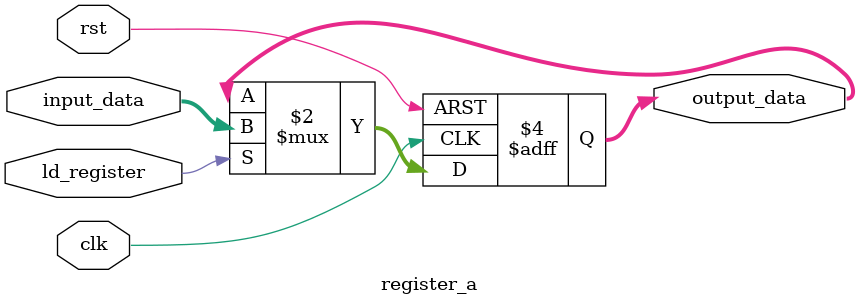
<source format=v>
`timescale 1ns / 1ps
module register_a (
    input rst,
    input clk,
    input ld_register,
    input [16:0] input_data,
    output reg [16:0] output_data
);

always @(posedge(clk) or posedge(rst)) begin
    if(rst) begin
        output_data <= 17'b0; // Reset the register to 0
    end 
    else if(ld_register) begin
        output_data <= input_data; // Store the input data in the register
    end
end
    
endmodule
</source>
